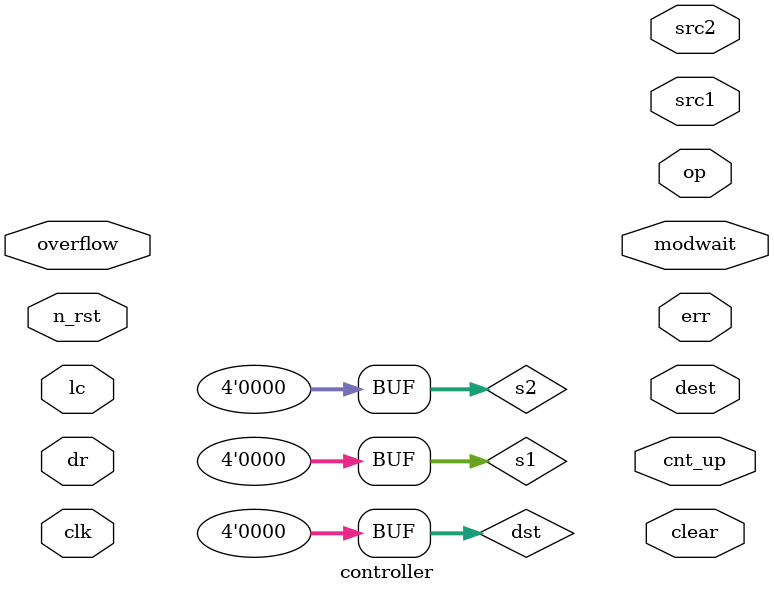
<source format=sv>

module controller
(
	input clk,
	input n_rst,
	input dr,
	input lc,
	input overflow,
	output cnt_up,
        output clear,
	output modwait,
        output [2:0] op,
        output [3:0] src1,
        output [3:0] src2,
        output [3:0] dest,
        output err
);

logic [4:0] state, next_state;
logic up, clr, wt, error;
logic [2:0] oper;
logic [3:0] s1, s2, dst;

// State register
always_ff @ (posedge clk, negedge n_rst)
  begin
    if (n_rst == 0) begin
      state <= 5'b00000;
    end
    else begin
      state <= next_state;
     end
  end

// Next state logic
always_comb begin
  next_state = state; // default

  case (state)
    5'b00000: begin // Idle
      if (lc == 1'b1)
        next_state = 5'b10000;
      else if (dr == 1'b1)
        next_state = 5'b00001;
    end
    5'b00001: begin // Store
      if (dr == 1'b0)
        next_state = 5'b10111; // Go to error idle
      else
        next_state = 5'b00010;
    end
    5'b00010: begin // Zero accumulator
      next_state = 5'b00011;
    end
    5'b00011: begin // Sort 1
      next_state = 5'b00100;
    end
    5'b00100: begin // Sort 2
      next_state = 5'b00101;
    end
    5'b00101: begin // Sort 3
      next_state = 5'b00110;
    end
    5'b00110: begin // Sort 4
      next_state = 5'b00111;
    end
    5'b00111: begin // Mul 1
      next_state = 5'b01000;
    end
    5'b01000: begin // Add 1
      if (overflow == 1'b1)
        next_state = 5'b10111; // Go to error idle
      else
        next_state = 5'b01001;
    end
    5'b01001: begin // Mul 2
      next_state = 5'b01010;
    end
    5'b01010: begin // Sub 1
      if (overflow == 1'b1)
        next_state = 5'b10111; // Go to error idle
      else
        next_state = 5'b01011;
    end
    5'b01011: begin // Mul 3
      next_state = 5'b01100;
    end
    5'b01100: begin // Add 2
      if (overflow == 1'b1)
        next_state = 5'b10111; // Go to error idle
      else
        next_state = 5'b01101;
    end
    5'b01101: begin // Mul 4
      next_state = 5'b01110;
    end
    5'b01110: begin // Sub 2
      if (overflow == 1'b1)
        next_state = 5'b10111; // Go to error idle
      else
        next_state = 5'b01111;
    end
    5'b01111: begin // Complete
      next_state = 5'b00000;
    end
    5'b10000: begin // Load F0
      next_state = 5'b10001;
    end
    5'b10001: begin // Wait 1
      if (lc == 1'b1)
        next_state = 5'b10010;
    end
    5'b10010: begin // Load F1
      next_state = 5'b10011;
    end
    5'b10011: begin // Wait 2
      if (lc == 1'b1)
        next_state = 5'b10100;
    end
    5'b10100: begin // Load F2
      next_state = 5'b10101;
    end
    5'b10101: begin // Wait 3
      if (lc == 1'b1)
        next_state = 5'b10110;
    end
    5'b10110: begin // Load F3
      next_state = 5'b00000;
    end
    5'b10111: begin // Error Idle
      if (dr == 1'b1)
        next_state = 5'b00001;
    end
  endcase  
end

// Output logic
always_comb begin
  up = 1'b0; // default
  clr = 1'b0; // default
  wt = 1'b0; // default
  error = 1'b0; // default
  oper = 3'b000; // default
  s1 = 4'b0000; // default
  s2 = 4'b0000; // default
  dst = 4'b0000; // default

  case (state)
    5'b00000: begin // Idle
      wt = 1'b1;
    end
    5'b00001: begin // Store
      wt = 1'b1;
      oper = 3'b010;
    end
    5'b00010: begin // Zero accumulator
      up = 1'b1;
      wt = 1'b1;
      oper = 3'b101;
    end
    5'b00011: begin // Sort 1
      wt = 1'b1;
      oper = 3'b001;
    end
    5'b00100: begin // Sort 2
      wt = 1'b1;
      oper = 3'b001;
    end
    5'b00101: begin // Sort 3
      wt = 1'b1;
      oper = 3'b001;
    end
    5'b00110: begin // Sort 4
      wt = 1'b1;
      oper = 3'b001;
    end
    5'b00111: begin // Mul 1
      wt = 1'b1;
      oper = 3'b110;
    end
    5'b01000: begin // Add 1
      wt = 1'b1;
      oper = 3'b100;
    end
    5'b01001: begin // Mul 2
      wt = 1'b1;
      oper = 3'b110;
    end
    5'b01010: begin // Sub 1
      wt = 1'b1;
      oper = 3'b101;
    end
    5'b01011: begin // Mul 3
      wt = 1'b1;
      oper = 3'b110;
    end
    5'b01100: begin // Add 2
      wt = 1'b1;
      oper = 3'b100;
    end
    5'b01101: begin // Mul 4
      wt = 1'b1;
      oper = 3'b110;
    end
    5'b01110: begin // Sub 2
      wt = 1'b1;
      oper = 3'b101;
    end
    5'b01111: begin // Complete
      
    end
    5'b10000: begin // Load F0
      clr = 1'b1;
      wt = 1'b1;
      oper = 3'b011; // CONTINUE WORKING HERE
    end
    5'b10001: begin // Wait 1
      
    end
    5'b10010: begin // Load F1
      wt = 1'b1;
      oper = 3'b011;
    end
    5'b10011: begin // Wait 2
      
    end
    5'b10100: begin // Load F2
      wt = 1'b1;
    end
    5'b10101: begin // Wait 3
      
    end
    5'b10110: begin // Load F3
      wt = 1'b1;
    end
    5'b10111: begin // Error Idle
      error = 1'b1;
    end
  endcase
end

// Connect outputs

endmodule


</source>
